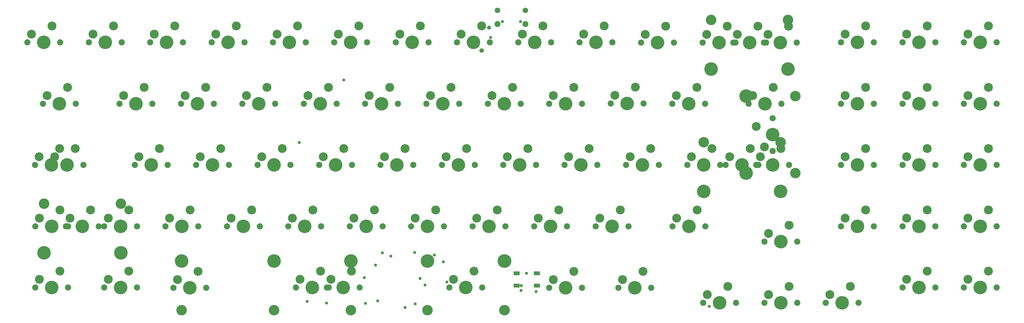
<source format=gbr>
G04 EAGLE Gerber RS-274X export*
G75*
%MOMM*%
%FSLAX34Y34*%
%LPD*%
%INSoldermask Top*%
%IPPOS*%
%AMOC8*
5,1,8,0,0,1.08239X$1,22.5*%
G01*
%ADD10C,4.203200*%
%ADD11C,1.903200*%
%ADD12C,2.743200*%
%ADD13C,3.253200*%
%ADD14R,1.903200X1.203200*%
%ADD15C,1.711200*%
%ADD16C,1.853200*%
%ADD17C,0.953200*%
%ADD18C,0.959600*%
%ADD19C,1.409600*%
%ADD20C,1.209600*%


D10*
X95200Y-95200D03*
D11*
X44400Y-95200D03*
X146000Y-95200D03*
D12*
X57100Y-69800D03*
X120600Y-44400D03*
D10*
X285200Y-95200D03*
D11*
X234400Y-95200D03*
X336000Y-95200D03*
D12*
X247100Y-69800D03*
X310600Y-44400D03*
D10*
X475200Y-95200D03*
D11*
X424400Y-95200D03*
X526000Y-95200D03*
D12*
X437100Y-69800D03*
X500600Y-44400D03*
D10*
X665200Y-95200D03*
D11*
X614400Y-95200D03*
X716000Y-95200D03*
D12*
X627100Y-69800D03*
X690600Y-44400D03*
D10*
X855200Y-95200D03*
D11*
X804400Y-95200D03*
X906000Y-95200D03*
D12*
X817100Y-69800D03*
X880600Y-44400D03*
D10*
X1045200Y-95200D03*
D11*
X994400Y-95200D03*
X1096000Y-95200D03*
D12*
X1007100Y-69800D03*
X1070600Y-44400D03*
D10*
X1235200Y-95200D03*
D11*
X1184400Y-95200D03*
X1286000Y-95200D03*
D12*
X1197100Y-69800D03*
X1260600Y-44400D03*
D10*
X1425200Y-95200D03*
D11*
X1374400Y-95200D03*
X1476000Y-95200D03*
D12*
X1387100Y-69800D03*
X1450600Y-44400D03*
D10*
X1615000Y-95000D03*
D11*
X1564200Y-95000D03*
X1665800Y-95000D03*
D12*
X1576900Y-69600D03*
X1640400Y-44200D03*
D10*
X1804700Y-95200D03*
D11*
X1753900Y-95200D03*
X1855500Y-95200D03*
D12*
X1766600Y-69800D03*
X1830100Y-44400D03*
D10*
X1995200Y-95700D03*
D11*
X1944400Y-95700D03*
X2046000Y-95700D03*
D12*
X1957100Y-70300D03*
X2020600Y-44900D03*
D10*
X2185200Y-95700D03*
D11*
X2134400Y-95700D03*
X2236000Y-95700D03*
D12*
X2147100Y-70300D03*
X2210600Y-44900D03*
D10*
X2280000Y-95700D03*
D11*
X2229200Y-95700D03*
X2330800Y-95700D03*
D13*
X2161000Y-25700D03*
X2399000Y-25700D03*
D10*
X2161000Y-178100D03*
X2399000Y-178100D03*
D12*
X2241900Y-70300D03*
X2305400Y-44900D03*
D10*
X2375200Y-95700D03*
D11*
X2324400Y-95700D03*
X2426000Y-95700D03*
D12*
X2337100Y-70300D03*
X2400600Y-44900D03*
D10*
X2613800Y-95200D03*
D11*
X2563000Y-95200D03*
X2664600Y-95200D03*
D12*
X2575700Y-69800D03*
X2639200Y-44400D03*
D10*
X2803800Y-95200D03*
D11*
X2753000Y-95200D03*
X2854600Y-95200D03*
D12*
X2765700Y-69800D03*
X2829200Y-44400D03*
D10*
X2993800Y-95200D03*
D11*
X2943000Y-95200D03*
X3044600Y-95200D03*
D12*
X2955700Y-69800D03*
X3019200Y-44400D03*
D10*
X142800Y-285100D03*
D11*
X92000Y-285100D03*
X193600Y-285100D03*
D12*
X104700Y-259700D03*
X168200Y-234300D03*
D10*
X380500Y-285200D03*
D11*
X329700Y-285200D03*
X431300Y-285200D03*
D12*
X342400Y-259800D03*
X405900Y-234400D03*
D10*
X570600Y-285400D03*
D11*
X519800Y-285400D03*
X621400Y-285400D03*
D12*
X532500Y-260000D03*
X596000Y-234600D03*
D10*
X760500Y-285200D03*
D11*
X709700Y-285200D03*
X811300Y-285200D03*
D12*
X722400Y-259800D03*
X785900Y-234400D03*
D10*
X950500Y-285200D03*
D11*
X899700Y-285200D03*
X1001300Y-285200D03*
D12*
X912400Y-259800D03*
X975900Y-234400D03*
D10*
X1140500Y-285200D03*
D11*
X1089700Y-285200D03*
X1191300Y-285200D03*
D12*
X1102400Y-259800D03*
X1165900Y-234400D03*
D10*
X1330500Y-285200D03*
D11*
X1279700Y-285200D03*
X1381300Y-285200D03*
D12*
X1292400Y-259800D03*
X1355900Y-234400D03*
D10*
X1520500Y-285200D03*
D11*
X1469700Y-285200D03*
X1571300Y-285200D03*
D12*
X1482400Y-259800D03*
X1545900Y-234400D03*
D10*
X1710500Y-285200D03*
D11*
X1659700Y-285200D03*
X1761300Y-285200D03*
D12*
X1672400Y-259800D03*
X1735900Y-234400D03*
D10*
X1900700Y-284900D03*
D11*
X1849900Y-284900D03*
X1951500Y-284900D03*
D12*
X1862600Y-259500D03*
X1926100Y-234100D03*
D10*
X2091000Y-285700D03*
D11*
X2040200Y-285700D03*
X2141800Y-285700D03*
D12*
X2052900Y-260300D03*
X2116400Y-234900D03*
D10*
X2327600Y-285700D03*
D11*
X2276800Y-285700D03*
X2378400Y-285700D03*
D12*
X2289500Y-260300D03*
X2353000Y-234900D03*
D10*
X2351500Y-381100D03*
D11*
X2351500Y-431900D03*
X2351500Y-330300D03*
D13*
X2421500Y-500100D03*
X2421500Y-262100D03*
D10*
X2269100Y-500100D03*
X2269100Y-262100D03*
D12*
X2326100Y-419200D03*
X2300700Y-355700D03*
D10*
X2613800Y-285200D03*
D11*
X2563000Y-285200D03*
X2664600Y-285200D03*
D12*
X2575700Y-259800D03*
X2639200Y-234400D03*
D10*
X2803800Y-285200D03*
D11*
X2753000Y-285200D03*
X2854600Y-285200D03*
D12*
X2765700Y-259800D03*
X2829200Y-234400D03*
D10*
X2993800Y-285200D03*
D11*
X2943000Y-285200D03*
X3044600Y-285200D03*
D12*
X2955700Y-259800D03*
X3019200Y-234400D03*
D10*
X166600Y-475200D03*
D11*
X115800Y-475200D03*
X217400Y-475200D03*
D12*
X128500Y-449800D03*
X192000Y-424400D03*
D10*
X118500Y-474900D03*
D11*
X67700Y-474900D03*
X169300Y-474900D03*
D12*
X80400Y-449500D03*
X143900Y-424100D03*
D10*
X427600Y-475200D03*
D11*
X376800Y-475200D03*
X478400Y-475200D03*
D12*
X389500Y-449800D03*
X453000Y-424400D03*
D10*
X617600Y-475200D03*
D11*
X566800Y-475200D03*
X668400Y-475200D03*
D12*
X579500Y-449800D03*
X643000Y-424400D03*
D10*
X807600Y-475200D03*
D11*
X756800Y-475200D03*
X858400Y-475200D03*
D12*
X769500Y-449800D03*
X833000Y-424400D03*
D10*
X998100Y-475200D03*
D11*
X947300Y-475200D03*
X1048900Y-475200D03*
D12*
X960000Y-449800D03*
X1023500Y-424400D03*
D10*
X1188100Y-475200D03*
D11*
X1137300Y-475200D03*
X1238900Y-475200D03*
D12*
X1150000Y-449800D03*
X1213500Y-424400D03*
D10*
X1378100Y-475200D03*
D11*
X1327300Y-475200D03*
X1428900Y-475200D03*
D12*
X1340000Y-449800D03*
X1403500Y-424400D03*
D10*
X1568100Y-475200D03*
D11*
X1517300Y-475200D03*
X1618900Y-475200D03*
D12*
X1530000Y-449800D03*
X1593500Y-424400D03*
D10*
X1758100Y-475200D03*
D11*
X1707300Y-475200D03*
X1808900Y-475200D03*
D12*
X1720000Y-449800D03*
X1783500Y-424400D03*
D10*
X1948100Y-475200D03*
D11*
X1897300Y-475200D03*
X1998900Y-475200D03*
D12*
X1910000Y-449800D03*
X1973500Y-424400D03*
D10*
X2137600Y-475200D03*
D11*
X2086800Y-475200D03*
X2188400Y-475200D03*
D12*
X2099500Y-449800D03*
X2163000Y-424400D03*
D10*
X2256600Y-475200D03*
D11*
X2205800Y-475200D03*
X2307400Y-475200D03*
D13*
X2137600Y-405200D03*
X2375600Y-405200D03*
D10*
X2137600Y-557600D03*
X2375600Y-557600D03*
D12*
X2218500Y-449800D03*
X2282000Y-424400D03*
D10*
X2351400Y-475200D03*
D11*
X2300600Y-475200D03*
X2402200Y-475200D03*
D12*
X2313300Y-449800D03*
X2376800Y-424400D03*
D10*
X2613800Y-475200D03*
D11*
X2563000Y-475200D03*
X2664600Y-475200D03*
D12*
X2575700Y-449800D03*
X2639200Y-424400D03*
D10*
X2803800Y-475200D03*
D11*
X2753000Y-475200D03*
X2854600Y-475200D03*
D12*
X2765700Y-449800D03*
X2829200Y-424400D03*
D10*
X2993800Y-475200D03*
D11*
X2943000Y-475200D03*
X3044600Y-475200D03*
D12*
X2955700Y-449800D03*
X3019200Y-424400D03*
D10*
X119000Y-665200D03*
D11*
X68200Y-665200D03*
X169800Y-665200D03*
D12*
X80900Y-639800D03*
X144400Y-614400D03*
D10*
X214300Y-665200D03*
D11*
X163500Y-665200D03*
X265100Y-665200D03*
D13*
X95300Y-595200D03*
X333300Y-595200D03*
D10*
X95300Y-747600D03*
X333300Y-747600D03*
D12*
X176200Y-639800D03*
X239700Y-614400D03*
D10*
X332800Y-665200D03*
D11*
X282000Y-665200D03*
X383600Y-665200D03*
D12*
X294700Y-639800D03*
X358200Y-614400D03*
D10*
X522800Y-665200D03*
D11*
X472000Y-665200D03*
X573600Y-665200D03*
D12*
X484700Y-639800D03*
X548200Y-614400D03*
D10*
X712800Y-665200D03*
D11*
X662000Y-665200D03*
X763600Y-665200D03*
D12*
X674700Y-639800D03*
X738200Y-614400D03*
D10*
X902800Y-665200D03*
D11*
X852000Y-665200D03*
X953600Y-665200D03*
D12*
X864700Y-639800D03*
X928200Y-614400D03*
D10*
X1092800Y-665200D03*
D11*
X1042000Y-665200D03*
X1143600Y-665200D03*
D12*
X1054700Y-639800D03*
X1118200Y-614400D03*
D10*
X1282800Y-665200D03*
D11*
X1232000Y-665200D03*
X1333600Y-665200D03*
D12*
X1244700Y-639800D03*
X1308200Y-614400D03*
D10*
X1473300Y-665200D03*
D11*
X1422500Y-665200D03*
X1524100Y-665200D03*
D12*
X1435200Y-639800D03*
X1498700Y-614400D03*
D10*
X1663800Y-665700D03*
D11*
X1613000Y-665700D03*
X1714600Y-665700D03*
D12*
X1625700Y-640300D03*
X1689200Y-614900D03*
D10*
X1854300Y-665200D03*
D11*
X1803500Y-665200D03*
X1905100Y-665200D03*
D12*
X1816200Y-639800D03*
X1879700Y-614400D03*
D10*
X2092000Y-665200D03*
D11*
X2041200Y-665200D03*
X2142800Y-665200D03*
D12*
X2053900Y-639800D03*
X2117400Y-614400D03*
D10*
X2613800Y-665200D03*
D11*
X2563000Y-665200D03*
X2664600Y-665200D03*
D12*
X2575700Y-639800D03*
X2639200Y-614400D03*
D10*
X2803800Y-665200D03*
D11*
X2753000Y-665200D03*
X2854600Y-665200D03*
D12*
X2765700Y-639800D03*
X2829200Y-614400D03*
D10*
X2993800Y-665200D03*
D11*
X2943000Y-665200D03*
X3044600Y-665200D03*
D12*
X2955700Y-639800D03*
X3019200Y-614400D03*
D10*
X2376900Y-713000D03*
D11*
X2326100Y-713000D03*
X2427700Y-713000D03*
D12*
X2338800Y-687600D03*
X2402300Y-662200D03*
D10*
X119000Y-855200D03*
D11*
X68200Y-855200D03*
X169800Y-855200D03*
D12*
X80900Y-829800D03*
X144400Y-804400D03*
D10*
X332800Y-855200D03*
D11*
X282000Y-855200D03*
X383600Y-855200D03*
D12*
X294700Y-829800D03*
X358200Y-804400D03*
D10*
X546600Y-855700D03*
D11*
X495800Y-855700D03*
X597400Y-855700D03*
D12*
X508500Y-830300D03*
X572000Y-804900D03*
D10*
X1021900Y-855200D03*
D11*
X971100Y-855200D03*
X1072700Y-855200D03*
D13*
X521900Y-925200D03*
X1521900Y-925200D03*
D10*
X521900Y-772800D03*
X1521900Y-772800D03*
D12*
X983800Y-829800D03*
X1047300Y-804400D03*
D10*
X926600Y-855200D03*
D11*
X875800Y-855200D03*
X977400Y-855200D03*
D13*
X807600Y-925200D03*
X1045600Y-925200D03*
D10*
X807600Y-772800D03*
X1045600Y-772800D03*
D12*
X888500Y-829800D03*
X952000Y-804400D03*
D10*
X1401400Y-855200D03*
D11*
X1350600Y-855200D03*
X1452200Y-855200D03*
D13*
X1282400Y-925200D03*
X1520400Y-925200D03*
D10*
X1282400Y-772800D03*
X1520400Y-772800D03*
D12*
X1363300Y-829800D03*
X1426800Y-804400D03*
D10*
X1710500Y-856200D03*
D11*
X1659700Y-856200D03*
X1761300Y-856200D03*
D12*
X1672400Y-830800D03*
X1735900Y-805400D03*
D10*
X1924800Y-855700D03*
D11*
X1874000Y-855700D03*
X1975600Y-855700D03*
D12*
X1886700Y-830300D03*
X1950200Y-804900D03*
D10*
X2803800Y-855200D03*
D11*
X2753000Y-855200D03*
X2854600Y-855200D03*
D12*
X2765700Y-829800D03*
X2829200Y-804400D03*
D10*
X2993800Y-855200D03*
D11*
X2943000Y-855200D03*
X3044600Y-855200D03*
D12*
X2955700Y-829800D03*
X3019200Y-804400D03*
D10*
X2186700Y-902800D03*
D11*
X2135900Y-902800D03*
X2237500Y-902800D03*
D12*
X2148600Y-877400D03*
X2212100Y-852000D03*
D10*
X2376700Y-902800D03*
D11*
X2325900Y-902800D03*
X2427500Y-902800D03*
D12*
X2338600Y-877400D03*
X2402100Y-852000D03*
D10*
X2566700Y-902800D03*
D11*
X2515900Y-902800D03*
X2617500Y-902800D03*
D12*
X2528600Y-877400D03*
X2592100Y-852000D03*
D14*
X1558500Y-811000D03*
X1558500Y-849000D03*
X1621500Y-811000D03*
X1621500Y-849000D03*
D15*
X1585700Y4000D03*
D16*
X1585800Y-37800D03*
D15*
X1499300Y4000D03*
D16*
X1499100Y-37800D03*
D17*
X1514560Y-30960D03*
X1570440Y-30960D03*
D18*
X1024000Y-212000D03*
X970000Y-903438D03*
X886000Y-405500D03*
X910500Y-898794D03*
X1143000Y-748000D03*
X1243000Y-747000D03*
X1087000Y-824500D03*
X1090500Y-904500D03*
X1244500Y-906000D03*
X1275500Y-847500D03*
X1169500Y-757500D03*
X1478500Y-80000D03*
D19*
X1450000Y-120000D03*
D18*
X1588880Y-811000D03*
X1122193Y-785932D03*
X1128500Y-897000D03*
X1213580Y-917420D03*
X1259500Y-827170D03*
D20*
X1473000Y-49500D03*
D18*
X1618500Y-868000D03*
X1331694Y-775376D03*
X1304000Y-754500D03*
X1342500Y-838500D03*
X1572880Y-849200D03*
X2154500Y-914000D03*
X1572500Y-864500D03*
M02*

</source>
